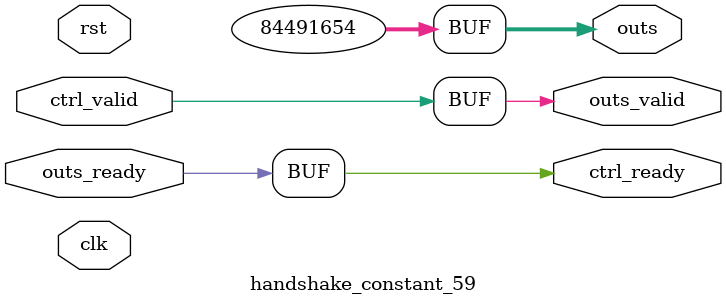
<source format=v>
`timescale 1ns / 1ps
module handshake_constant_59 #(
  parameter DATA_WIDTH = 32  // Default set to 32 bits
) (
  input                       clk,
  input                       rst,
  // Input Channel
  input                       ctrl_valid,
  output                      ctrl_ready,
  // Output Channel
  output [DATA_WIDTH - 1 : 0] outs,
  output                      outs_valid,
  input                       outs_ready
);
  assign outs       = 27'b101000010010011110110000110;
  assign outs_valid = ctrl_valid;
  assign ctrl_ready = outs_ready;

endmodule

</source>
